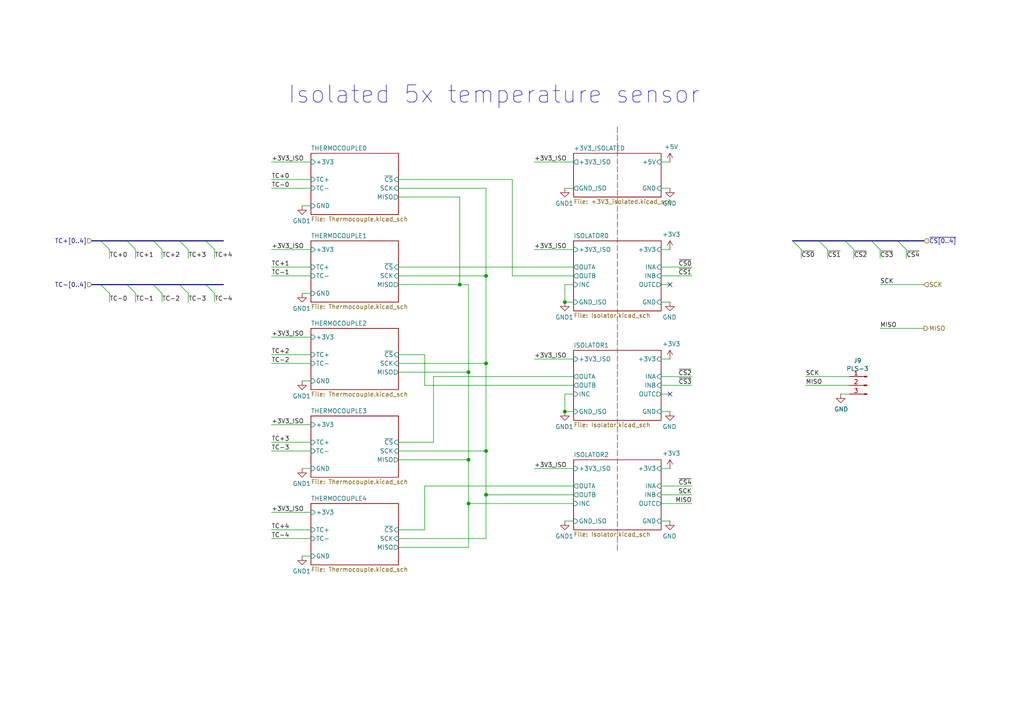
<source format=kicad_sch>
(kicad_sch (version 20250114) (generator "eeschema") (generator_version "9.0")
  (paper "A4")
  (title_block (title "Furnace controller") (date "2026-01-08") (rev "1.1") (company "Yuri Volkov"))
  (lib_symbols
    (symbol "Connector:Conn_01x03_Male" (pin_names (offset 1.016) (hide yes))
      (property "Reference" "J" (at 0 5.08 0))
      (property "Value" "Connector_Conn_01x03_Male" (at 0 -5.08 0))
      (symbol "Conn_01x03_Male_1_1"
        (rectangle (start 0.8636 2.667) (end 0 2.413) (stroke (width 0.1524)) (fill (type outline)))
        (rectangle (start 0.8636 0.127) (end 0 -0.127) (stroke (width 0.1524)) (fill (type outline)))
        (rectangle (start 0.8636 -2.413) (end 0 -2.667) (stroke (width 0.1524)) (fill (type outline)))
        (polyline (pts (xy 1.27 2.54) (xy 0.8636 2.54)) (stroke (width 0.1524)))
        (polyline (pts (xy 1.27 0) (xy 0.8636 0)) (stroke (width 0.1524)))
        (polyline (pts (xy 1.27 -2.54) (xy 0.8636 -2.54)) (stroke (width 0.1524)))
        (pin passive line (at 5.08 2.54 180) (length 3.81) (name "Pin_1") (number "1"))
        (pin passive line (at 5.08 0 180) (length 3.81) (name "Pin_2") (number "2"))
        (pin passive line (at 5.08 -2.54 180) (length 3.81) (name "Pin_3") (number "3"))
      )
    )
    (symbol "furnace_controller-rescue:GND1-power" (power) (pin_names (offset 0))
      (property "Value" "GND1-power" (at 0 -3.81 0))
      (symbol "GND1-power_0_1"
        (polyline (pts (xy 0 0) (xy 0 -1.27) (xy 1.27 -1.27) (xy 0 -2.54) (xy -1.27 -1.27) (xy 0 -1.27)))
      )
      (symbol "GND1-power_1_1"
        (pin power_in line (at 0 0 270) (length 0) (hide yes) (name "GND1") (number "1"))
      )
    )
    (symbol "power:+3V3" (power) (pin_numbers (hide yes)) (pin_names (offset 0) (hide yes))
      (property "Value" "+3V3" (at 0 3.556 0))
      (symbol "+3V3_0_1"
        (polyline (pts (xy -0.762 1.27) (xy 0 2.54)))
        (polyline (pts (xy 0 2.54) (xy 0.762 1.27)))
        (polyline (pts (xy 0 0) (xy 0 2.54)))
      )
      (symbol "+3V3_1_1"
        (pin power_in line (at 0 0 90) (length 0) (name "~") (number "1"))
      )
    )
    (symbol "power:+5V" (power) (pin_numbers (hide yes)) (pin_names (offset 0) (hide yes))
      (property "Value" "+5V" (at 0 3.556 0))
      (symbol "+5V_0_1"
        (polyline (pts (xy -0.762 1.27) (xy 0 2.54)))
        (polyline (pts (xy 0 2.54) (xy 0.762 1.27)))
        (polyline (pts (xy 0 0) (xy 0 2.54)))
      )
      (symbol "+5V_1_1"
        (pin power_in line (at 0 0 90) (length 0) (name "~") (number "1"))
      )
    )
    (symbol "power:GND" (power) (pin_numbers (hide yes)) (pin_names (offset 0) (hide yes))
      (property "Value" "GND" (at 0 -3.81 0))
      (symbol "GND_0_1"
        (polyline (pts (xy 0 0) (xy 0 -1.27) (xy 1.27 -1.27) (xy 0 -2.54) (xy -1.27 -1.27) (xy 0 -1.27)))
      )
      (symbol "GND_1_1"
        (pin power_in line (at 0 0 270) (length 0) (name "~") (number "1"))
      )
    )
  )
  (text "Isolated 5x temperature sensor" (at 203.2 30.48 0) (effects (font (size 5.0038 5.0038)) (justify right bottom)))
  (junction (at 140.97 105.41))
  (junction (at 140.97 130.81))
  (junction (at 163.83 87.63))
  (junction (at 135.89 107.95))
  (junction (at 135.89 146.05))
  (junction (at 140.97 143.51))
  (junction (at 163.83 119.38))
  (junction (at 135.89 133.35))
  (junction (at 133.35 82.55))
  (junction (at 140.97 80.01))
  (no_connect (at 194.31 114.3))
  (no_connect (at 194.31 82.55))
  (bus_entry (at 29.21 69.85) (size 2.54 2.54))
  (bus_entry (at 252.73 69.85) (size 2.54 2.54))
  (bus_entry (at 52.07 69.85) (size 2.54 2.54))
  (bus_entry (at 59.69 82.55) (size 2.54 2.54))
  (bus_entry (at 59.69 69.85) (size 2.54 2.54))
  (bus_entry (at 36.83 82.55) (size 2.54 2.54))
  (bus_entry (at 44.45 69.85) (size 2.54 2.54))
  (bus_entry (at 29.21 82.55) (size 2.54 2.54))
  (bus_entry (at 260.35 69.85) (size 2.54 2.54))
  (bus_entry (at 237.49 69.85) (size 2.54 2.54))
  (bus_entry (at 44.45 82.55) (size 2.54 2.54))
  (bus_entry (at 52.07 82.55) (size 2.54 2.54))
  (bus_entry (at 229.87 69.85) (size 2.54 2.54))
  (bus_entry (at 36.83 69.85) (size 2.54 2.54))
  (bus_entry (at 245.11 69.85) (size 2.54 2.54))
  (wire (pts (xy 123.19 140.97) (xy 123.19 153.67)))
  (wire (pts (xy 90.17 153.67) (xy 78.74 153.67)))
  (wire (pts (xy 191.77 46.99) (xy 194.31 46.99)))
  (wire (pts (xy 115.57 105.41) (xy 140.97 105.41)))
  (wire (pts (xy 39.37 85.09) (xy 39.37 87.63)))
  (wire (pts (xy 166.37 72.39) (xy 154.94 72.39)))
  (wire (pts (xy 166.37 140.97) (xy 123.19 140.97)))
  (bus (pts (xy 29.21 82.55) (xy 36.83 82.55)))
  (wire (pts (xy 90.17 54.61) (xy 78.74 54.61)))
  (wire (pts (xy 125.73 128.27) (xy 125.73 109.22)))
  (wire (pts (xy 87.63 135.89) (xy 90.17 135.89)))
  (wire (pts (xy 115.57 130.81) (xy 140.97 130.81)))
  (wire (pts (xy 87.63 161.29) (xy 90.17 161.29)))
  (wire (pts (xy 191.77 114.3) (xy 194.31 114.3)))
  (wire (pts (xy 123.19 153.67) (xy 115.57 153.67)))
  (wire (pts (xy 90.17 102.87) (xy 78.74 102.87)))
  (bus (pts (xy 260.35 69.85) (xy 267.97 69.85)))
  (wire (pts (xy 115.57 133.35) (xy 135.89 133.35)))
  (bus (pts (xy 26.67 69.85) (xy 29.21 69.85)))
  (wire (pts (xy 191.77 111.76) (xy 200.66 111.76)))
  (wire (pts (xy 166.37 111.76) (xy 123.19 111.76)))
  (wire (pts (xy 62.23 72.39) (xy 62.23 74.93)))
  (wire (pts (xy 148.59 52.07) (xy 115.57 52.07)))
  (wire (pts (xy 115.57 156.21) (xy 140.97 156.21)))
  (wire (pts (xy 123.19 102.87) (xy 115.57 102.87)))
  (wire (pts (xy 166.37 114.3) (xy 163.83 114.3)))
  (wire (pts (xy 191.77 109.22) (xy 200.66 109.22)))
  (wire (pts (xy 191.77 143.51) (xy 200.66 143.51)))
  (wire (pts (xy 90.17 46.99) (xy 78.74 46.99)))
  (wire (pts (xy 191.77 54.61) (xy 194.31 54.61)))
  (bus (pts (xy 29.21 69.85) (xy 36.83 69.85)))
  (wire (pts (xy 191.77 135.89) (xy 194.31 135.89)))
  (bus (pts (xy 26.67 82.55) (xy 29.21 82.55)))
  (wire (pts (xy 232.41 72.39) (xy 232.41 74.93)))
  (wire (pts (xy 166.37 143.51) (xy 140.97 143.51)))
  (wire (pts (xy 90.17 77.47) (xy 78.74 77.47)))
  (wire (pts (xy 262.89 72.39) (xy 262.89 74.93)))
  (wire (pts (xy 166.37 104.14) (xy 154.94 104.14)))
  (wire (pts (xy 166.37 146.05) (xy 135.89 146.05)))
  (wire (pts (xy 90.17 72.39) (xy 78.74 72.39)))
  (wire (pts (xy 135.89 82.55) (xy 133.35 82.55)))
  (wire (pts (xy 135.89 146.05) (xy 135.89 158.75)))
  (wire (pts (xy 123.19 111.76) (xy 123.19 102.87)))
  (polyline (pts (xy 179.07 36.83) (xy 179.07 160.02)) (stroke (width 0) (type dash) (color 194 1 0 1)))
  (wire (pts (xy 267.97 95.25) (xy 255.27 95.25)))
  (wire (pts (xy 31.75 72.39) (xy 31.75 74.93)))
  (wire (pts (xy 135.89 133.35) (xy 135.89 107.95)))
  (wire (pts (xy 115.57 57.15) (xy 133.35 57.15)))
  (wire (pts (xy 54.61 85.09) (xy 54.61 87.63)))
  (wire (pts (xy 115.57 54.61) (xy 140.97 54.61)))
  (wire (pts (xy 140.97 80.01) (xy 115.57 80.01)))
  (wire (pts (xy 148.59 80.01) (xy 148.59 52.07)))
  (wire (pts (xy 46.99 85.09) (xy 46.99 87.63)))
  (wire (pts (xy 90.17 156.21) (xy 78.74 156.21)))
  (wire (pts (xy 191.77 151.13) (xy 194.31 151.13)))
  (wire (pts (xy 163.83 87.63) (xy 166.37 87.63)))
  (wire (pts (xy 140.97 156.21) (xy 140.97 143.51)))
  (wire (pts (xy 125.73 128.27) (xy 115.57 128.27)))
  (bus (pts (xy 59.69 82.55) (xy 64.77 82.55)))
  (wire (pts (xy 163.83 119.38) (xy 166.37 119.38)))
  (wire (pts (xy 247.65 72.39) (xy 247.65 74.93)))
  (wire (pts (xy 163.83 82.55) (xy 163.83 87.63)))
  (wire (pts (xy 163.83 54.61) (xy 166.37 54.61)))
  (wire (pts (xy 140.97 105.41) (xy 140.97 80.01)))
  (wire (pts (xy 140.97 143.51) (xy 140.97 130.81)))
  (wire (pts (xy 163.83 151.13) (xy 166.37 151.13)))
  (wire (pts (xy 87.63 85.09) (xy 90.17 85.09)))
  (wire (pts (xy 135.89 133.35) (xy 135.89 146.05)))
  (wire (pts (xy 90.17 148.59) (xy 78.74 148.59)))
  (bus (pts (xy 229.87 69.85) (xy 237.49 69.85)))
  (wire (pts (xy 191.77 72.39) (xy 194.31 72.39)))
  (wire (pts (xy 246.38 111.76) (xy 233.68 111.76)))
  (bus (pts (xy 36.83 69.85) (xy 44.45 69.85)))
  (wire (pts (xy 191.77 77.47) (xy 200.66 77.47)))
  (wire (pts (xy 135.89 82.55) (xy 135.89 107.95)))
  (wire (pts (xy 191.77 146.05) (xy 200.66 146.05)))
  (wire (pts (xy 133.35 57.15) (xy 133.35 82.55)))
  (wire (pts (xy 135.89 158.75) (xy 115.57 158.75)))
  (wire (pts (xy 62.23 85.09) (xy 62.23 87.63)))
  (wire (pts (xy 54.61 72.39) (xy 54.61 74.93)))
  (bus (pts (xy 237.49 69.85) (xy 245.11 69.85)))
  (bus (pts (xy 52.07 82.55) (xy 59.69 82.55)))
  (wire (pts (xy 166.37 109.22) (xy 125.73 109.22)))
  (wire (pts (xy 191.77 87.63) (xy 194.31 87.63)))
  (bus (pts (xy 44.45 69.85) (xy 52.07 69.85)))
  (wire (pts (xy 135.89 107.95) (xy 115.57 107.95)))
  (wire (pts (xy 90.17 105.41) (xy 78.74 105.41)))
  (wire (pts (xy 166.37 80.01) (xy 148.59 80.01)))
  (wire (pts (xy 31.75 85.09) (xy 31.75 87.63)))
  (wire (pts (xy 191.77 82.55) (xy 194.31 82.55)))
  (wire (pts (xy 166.37 82.55) (xy 163.83 82.55)))
  (wire (pts (xy 90.17 80.01) (xy 78.74 80.01)))
  (wire (pts (xy 166.37 77.47) (xy 115.57 77.47)))
  (wire (pts (xy 243.84 114.3) (xy 246.38 114.3)))
  (bus (pts (xy 59.69 69.85) (xy 64.77 69.85)))
  (bus (pts (xy 44.45 82.55) (xy 52.07 82.55)))
  (wire (pts (xy 87.63 59.69) (xy 90.17 59.69)))
  (wire (pts (xy 267.97 82.55) (xy 255.27 82.55)))
  (wire (pts (xy 140.97 54.61) (xy 140.97 80.01)))
  (wire (pts (xy 87.63 110.49) (xy 90.17 110.49)))
  (wire (pts (xy 246.38 109.22) (xy 233.68 109.22)))
  (wire (pts (xy 90.17 128.27) (xy 78.74 128.27)))
  (wire (pts (xy 90.17 97.79) (xy 78.74 97.79)))
  (wire (pts (xy 240.03 72.39) (xy 240.03 74.93)))
  (wire (pts (xy 166.37 135.89) (xy 154.94 135.89)))
  (wire (pts (xy 90.17 130.81) (xy 78.74 130.81)))
  (wire (pts (xy 133.35 82.55) (xy 115.57 82.55)))
  (wire (pts (xy 191.77 140.97) (xy 200.66 140.97)))
  (wire (pts (xy 191.77 80.01) (xy 200.66 80.01)))
  (wire (pts (xy 191.77 104.14) (xy 194.31 104.14)))
  (bus (pts (xy 252.73 69.85) (xy 260.35 69.85)))
  (bus (pts (xy 36.83 82.55) (xy 44.45 82.55)))
  (wire (pts (xy 166.37 46.99) (xy 154.94 46.99)))
  (wire (pts (xy 90.17 52.07) (xy 78.74 52.07)))
  (wire (pts (xy 46.99 72.39) (xy 46.99 74.93)))
  (wire (pts (xy 163.83 114.3) (xy 163.83 119.38)))
  (wire (pts (xy 140.97 130.81) (xy 140.97 105.41)))
  (wire (pts (xy 191.77 119.38) (xy 194.31 119.38)))
  (bus (pts (xy 245.11 69.85) (xy 252.73 69.85)))
  (wire (pts (xy 255.27 72.39) (xy 255.27 74.93)))
  (wire (pts (xy 39.37 72.39) (xy 39.37 74.93)))
  (wire (pts (xy 90.17 123.19) (xy 78.74 123.19)))
  (bus (pts (xy 52.07 69.85) (xy 59.69 69.85)))
  (label "~{CS2}" (at 247.65 74.93 0))
  (label "MISO" (at 200.66 146.05 180))
  (label "+3V3_ISO" (at 154.94 104.14 0))
  (label "+3V3_ISO" (at 154.94 135.89 0))
  (label "+3V3_ISO" (at 154.94 46.99 0))
  (label "TC-4" (at 78.74 156.21 0))
  (label "SCK" (at 233.68 109.22 0))
  (label "TC+4" (at 78.74 153.67 0))
  (label "+3V3_ISO" (at 78.74 46.99 0))
  (label "TC+1" (at 39.37 74.93 0))
  (label "~{CS1}" (at 200.66 80.01 180))
  (label "+3V3_ISO" (at 154.94 72.39 0))
  (label "~{CS3}" (at 255.27 74.93 0))
  (label "~{CS0}" (at 232.41 74.93 0))
  (label "+3V3_ISO" (at 78.74 148.59 0))
  (label "SCK" (at 200.66 143.51 180))
  (label "MISO" (at 233.68 111.76 0))
  (label "TC-0" (at 31.75 87.63 0))
  (label "~{CS3}" (at 200.66 111.76 180))
  (label "TC-4" (at 62.23 87.63 0))
  (label "~{CS2}" (at 200.66 109.22 180))
  (label "TC+4" (at 62.23 74.93 0))
  (label "TC+2" (at 78.74 102.87 0))
  (label "SCK" (at 255.27 82.55 0))
  (label "TC+0" (at 31.75 74.93 0))
  (label "TC+1" (at 78.74 77.47 0))
  (label "TC+0" (at 78.74 52.07 0))
  (label "TC-3" (at 78.74 130.81 0))
  (label "TC-2" (at 78.74 105.41 0))
  (label "TC-3" (at 54.61 87.63 0))
  (label "+3V3_ISO" (at 78.74 72.39 0))
  (label "~{CS4}" (at 200.66 140.97 180))
  (label "+3V3_ISO" (at 78.74 97.79 0))
  (label "TC-0" (at 78.74 54.61 0))
  (label "~{CS4}" (at 262.89 74.93 0))
  (label "~{CS0}" (at 200.66 77.47 180))
  (label "TC+3" (at 78.74 128.27 0))
  (label "TC-1" (at 39.37 87.63 0))
  (label "TC-1" (at 78.74 80.01 0))
  (label "~{CS1}" (at 240.03 74.93 0))
  (label "TC+3" (at 54.61 74.93 0))
  (label "MISO" (at 255.27 95.25 0))
  (label "TC-2" (at 46.99 87.63 0))
  (label "+3V3_ISO" (at 78.74 123.19 0))
  (label "TC+2" (at 46.99 74.93 0))
  (hierarchical_label "TC+[0..4]" (shape input) (at 26.67 69.85 180))
  (hierarchical_label "TC-[0..4]" (shape input) (at 26.67 82.55 180))
  (hierarchical_label "SCK" (shape input) (at 267.97 82.55 0))
  (hierarchical_label "~{CS[0..4]}" (shape input) (at 267.97 69.85 0))
  (hierarchical_label "MISO" (shape output) (at 267.97 95.25 0))
  (symbol (lib_id "power:GND") (at 194.31 87.63 0) (mirror y) (unit 1)
    (property "Reference" "#PWR031" (effects (hide yes)))
    (property "Value" "GND" (at 194.183 92.0242 0))
  )
  (symbol (lib_id "furnace_controller-rescue:GND1-power") (at 87.63 59.69 0) (mirror y) (unit 1)
    (property "Reference" "#PWR017" (effects (hide yes)))
    (property "Value" "GND1" (at 87.503 64.0842 0))
  )
  (symbol (lib_id "power:+3V3") (at 194.31 72.39 0) (unit 1)
    (property "Reference" "#PWR030" (effects (hide yes)))
    (property "Value" "+3V3" (at 194.691 67.9958 0))
  )
  (symbol (lib_id "Connector:Conn_01x03_Male") (at 251.46 111.76 0) (mirror y) (unit 1)
    (property "Reference" "J9" (at 248.7168 104.6226 0))
    (property "Value" "PLS-3" (at 248.7168 106.934 0))
    (property "Footprint" "Connector_PinHeader_2.54mm:PinHeader_1x03_P2.54mm_Vertical" (effects (hide yes)))
    (instances (project "" (path "" (reference "J9") (unit 1)) (path "" (reference "J?") (unit 1))))
  )
  (symbol (lib_id "power:GND") (at 243.84 114.3 0) (unit 1)
    (property "Reference" "#PWR036" (effects (hide yes)))
    (property "Value" "GND" (at 243.967 118.6942 0))
    (instances (project "" (path "" (reference "#PWR036") (unit 1)) (path "" (reference "#PWR?") (unit 1)) (path "" (reference "#PWR?") (unit 1))))
  )
  (symbol (lib_id "furnace_controller-rescue:GND1-power") (at 163.83 54.61 0) (mirror y) (unit 1)
    (property "Reference" "#PWR022" (effects (hide yes)))
    (property "Value" "GND1" (at 163.703 59.0042 0))
  )
  (symbol (lib_id "furnace_controller-rescue:GND1-power") (at 163.83 87.63 0) (mirror y) (unit 1)
    (property "Reference" "#PWR023" (effects (hide yes)))
    (property "Value" "GND1" (at 163.703 92.0242 0))
  )
  (symbol (lib_id "power:+5V") (at 194.31 46.99 0) (unit 1)
    (property "Reference" "#PWR028" (effects (hide yes)))
    (property "Value" "+5V" (at 194.691 42.5958 0))
  )
  (symbol (lib_id "power:GND") (at 194.31 54.61 0) (mirror y) (unit 1)
    (property "Reference" "#PWR029" (effects (hide yes)))
    (property "Value" "GND" (at 194.183 59.0042 0))
  )
  (symbol (lib_id "furnace_controller-rescue:GND1-power") (at 87.63 85.09 0) (mirror y) (unit 1)
    (property "Reference" "#PWR018" (effects (hide yes)))
    (property "Value" "GND1" (at 87.503 89.4842 0))
  )
  (symbol (lib_id "furnace_controller-rescue:GND1-power") (at 87.63 110.49 0) (mirror y) (unit 1)
    (property "Reference" "#PWR019" (effects (hide yes)))
    (property "Value" "GND1" (at 87.503 114.8842 0))
  )
  (symbol (lib_id "furnace_controller-rescue:GND1-power") (at 87.63 135.89 0) (mirror y) (unit 1)
    (property "Reference" "#PWR020" (effects (hide yes)))
    (property "Value" "GND1" (at 87.503 140.2842 0))
  )
  (symbol (lib_id "furnace_controller-rescue:GND1-power") (at 87.63 161.29 0) (mirror y) (unit 1)
    (property "Reference" "#PWR021" (effects (hide yes)))
    (property "Value" "GND1" (at 87.503 165.6842 0))
  )
  (symbol (lib_id "power:GND") (at 194.31 119.38 0) (mirror y) (unit 1)
    (property "Reference" "#PWR033" (effects (hide yes)))
    (property "Value" "GND" (at 194.183 123.7742 0))
  )
  (symbol (lib_id "power:+3V3") (at 194.31 104.14 0) (unit 1)
    (property "Reference" "#PWR032" (effects (hide yes)))
    (property "Value" "+3V3" (at 194.691 99.7458 0))
  )
  (symbol (lib_id "furnace_controller-rescue:GND1-power") (at 163.83 119.38 0) (mirror y) (unit 1)
    (property "Reference" "#PWR025" (effects (hide yes)))
    (property "Value" "GND1" (at 163.703 123.7742 0))
  )
  (symbol (lib_id "power:GND") (at 194.31 151.13 0) (mirror y) (unit 1)
    (property "Reference" "#PWR035" (effects (hide yes)))
    (property "Value" "GND" (at 194.183 155.5242 0))
  )
  (symbol (lib_id "power:+3V3") (at 194.31 135.89 0) (unit 1)
    (property "Reference" "#PWR034" (effects (hide yes)))
    (property "Value" "+3V3" (at 194.691 131.4958 0))
  )
  (symbol (lib_id "furnace_controller-rescue:GND1-power") (at 163.83 151.13 0) (mirror y) (unit 1)
    (property "Reference" "#PWR027" (effects (hide yes)))
    (property "Value" "GND1" (at 163.703 155.5242 0))
  )
  (sheet (at 90.17 44.45) (size 25.4 17.78)
    (property "Sheetname" "THERMOCOUPLE0" (at 90.17 43.7384 0) (effects (justify left bottom)))
    (property "Sheetfile" "Thermocouple.kicad_sch" (at 90.17 62.8146 0) (effects (justify left top)))
    (pin "TC+" input (at 90.17 52.07 180))
    (pin "TC-" input (at 90.17 54.61 180))
    (pin "MISO" output (at 115.57 57.15 0))
    (pin "~{CS}" input (at 115.57 52.07 0))
    (pin "SCK" input (at 115.57 54.61 0))
    (pin "+3V3" input (at 90.17 46.99 180))
    (pin "GND" input (at 90.17 59.69 180))
  )
  (sheet (at 166.37 69.85) (size 25.4 20.32)
    (property "Sheetname" "ISOLATOR0" (at 166.37 69.1384 0) (effects (justify left bottom)))
    (property "Sheetfile" "Isolator.kicad_sch" (at 166.37 90.7546 0) (effects (justify left top)))
    (pin "OUTC" output (at 191.77 82.55 0))
    (pin "INA" input (at 191.77 77.47 0))
    (pin "INB" input (at 191.77 80.01 0))
    (pin "+3V3" input (at 191.77 72.39 0))
    (pin "+3V3_ISO" input (at 166.37 72.39 180))
    (pin "GND" input (at 191.77 87.63 0))
    (pin "GND_ISO" input (at 166.37 87.63 180))
    (pin "INC" input (at 166.37 82.55 180))
    (pin "OUTB" output (at 166.37 80.01 180))
    (pin "OUTA" output (at 166.37 77.47 180))
  )
  (sheet (at 166.37 44.45) (size 25.4 12.7)
    (property "Sheetname" "+3V3_ISOLATED" (at 166.37 43.7384 0) (effects (justify left bottom)))
    (property "Sheetfile" "+3V3_isolated.kicad_sch" (at 166.37 57.7346 0) (effects (justify left top)))
    (pin "+3V3_ISO" output (at 166.37 46.99 180))
    (pin "GND_ISO" output (at 166.37 54.61 180))
    (pin "+5V" input (at 191.77 46.99 0))
    (pin "GND" input (at 191.77 54.61 0))
  )
  (sheet (at 90.17 69.85) (size 25.4 17.78)
    (property "Sheetname" "THERMOCOUPLE1" (at 90.17 69.1384 0) (effects (justify left bottom)))
    (property "Sheetfile" "Thermocouple.kicad_sch" (at 90.17 88.2146 0) (effects (justify left top)))
    (pin "TC+" input (at 90.17 77.47 180))
    (pin "TC-" input (at 90.17 80.01 180))
    (pin "MISO" output (at 115.57 82.55 0))
    (pin "~{CS}" input (at 115.57 77.47 0))
    (pin "SCK" input (at 115.57 80.01 0))
    (pin "+3V3" input (at 90.17 72.39 180))
    (pin "GND" input (at 90.17 85.09 180))
  )
  (sheet (at 90.17 95.25) (size 25.4 17.78)
    (property "Sheetname" "THERMOCOUPLE2" (at 90.17 94.5384 0) (effects (justify left bottom)))
    (property "Sheetfile" "Thermocouple.kicad_sch" (at 90.17 113.6146 0) (effects (justify left top)))
    (pin "TC+" input (at 90.17 102.87 180))
    (pin "TC-" input (at 90.17 105.41 180))
    (pin "MISO" output (at 115.57 107.95 0))
    (pin "~{CS}" input (at 115.57 102.87 0))
    (pin "SCK" input (at 115.57 105.41 0))
    (pin "+3V3" input (at 90.17 97.79 180))
    (pin "GND" input (at 90.17 110.49 180))
  )
  (sheet (at 90.17 120.65) (size 25.4 17.78)
    (property "Sheetname" "THERMOCOUPLE3" (at 90.17 119.9384 0) (effects (justify left bottom)))
    (property "Sheetfile" "Thermocouple.kicad_sch" (at 90.17 139.0146 0) (effects (justify left top)))
    (pin "TC+" input (at 90.17 128.27 180))
    (pin "TC-" input (at 90.17 130.81 180))
    (pin "MISO" output (at 115.57 133.35 0))
    (pin "~{CS}" input (at 115.57 128.27 0))
    (pin "SCK" input (at 115.57 130.81 0))
    (pin "+3V3" input (at 90.17 123.19 180))
    (pin "GND" input (at 90.17 135.89 180))
  )
  (sheet (at 90.17 146.05) (size 25.4 17.78)
    (property "Sheetname" "THERMOCOUPLE4" (at 90.17 145.3384 0) (effects (justify left bottom)))
    (property "Sheetfile" "Thermocouple.kicad_sch" (at 90.17 164.4146 0) (effects (justify left top)))
    (pin "TC+" input (at 90.17 153.67 180))
    (pin "TC-" input (at 90.17 156.21 180))
    (pin "MISO" output (at 115.57 158.75 0))
    (pin "~{CS}" input (at 115.57 153.67 0))
    (pin "SCK" input (at 115.57 156.21 0))
    (pin "+3V3" input (at 90.17 148.59 180))
    (pin "GND" input (at 90.17 161.29 180))
  )
  (sheet (at 166.37 101.6) (size 25.4 20.32)
    (property "Sheetname" "ISOLATOR1" (at 166.37 100.8884 0) (effects (justify left bottom)))
    (property "Sheetfile" "Isolator.kicad_sch" (at 166.37 122.5046 0) (effects (justify left top)))
    (pin "OUTC" output (at 191.77 114.3 0))
    (pin "INA" input (at 191.77 109.22 0))
    (pin "INB" input (at 191.77 111.76 0))
    (pin "+3V3" input (at 191.77 104.14 0))
    (pin "+3V3_ISO" input (at 166.37 104.14 180))
    (pin "GND" input (at 191.77 119.38 0))
    (pin "GND_ISO" input (at 166.37 119.38 180))
    (pin "INC" input (at 166.37 114.3 180))
    (pin "OUTB" output (at 166.37 111.76 180))
    (pin "OUTA" output (at 166.37 109.22 180))
  )
  (sheet (at 166.37 133.35) (size 25.4 20.32)
    (property "Sheetname" "ISOLATOR2" (at 166.37 132.6384 0) (effects (justify left bottom)))
    (property "Sheetfile" "Isolator.kicad_sch" (at 166.37 154.2546 0) (effects (justify left top)))
    (pin "OUTC" output (at 191.77 146.05 0))
    (pin "INA" input (at 191.77 140.97 0))
    (pin "INB" input (at 191.77 143.51 0))
    (pin "+3V3" input (at 191.77 135.89 0))
    (pin "+3V3_ISO" input (at 166.37 135.89 180))
    (pin "GND" input (at 191.77 151.13 0))
    (pin "GND_ISO" input (at 166.37 151.13 180))
    (pin "INC" input (at 166.37 146.05 180))
    (pin "OUTB" output (at 166.37 143.51 180))
    (pin "OUTA" output (at 166.37 140.97 180))
  )
)
</source>
